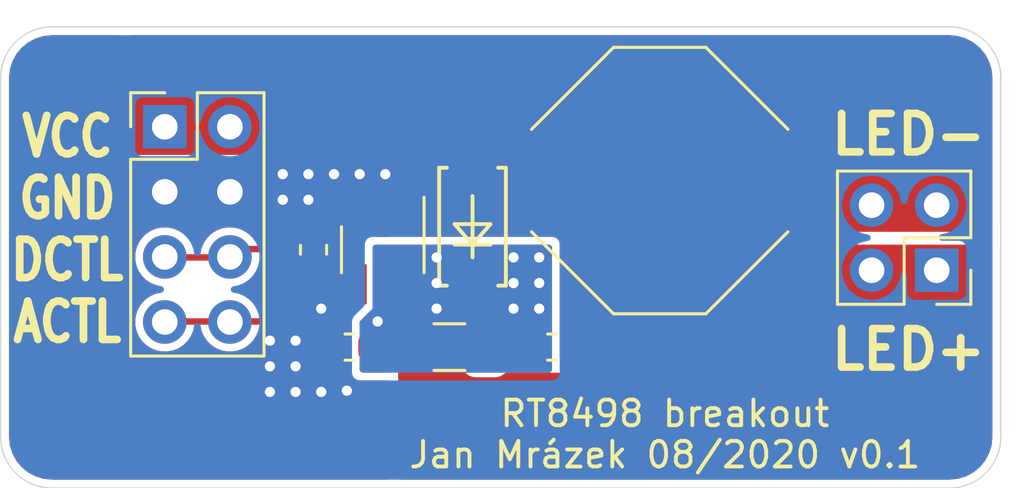
<source format=kicad_pcb>
(kicad_pcb (version 20171130) (host pcbnew 5.1.6-c6e7f7d~87~ubuntu20.04.1)

  (general
    (thickness 1.6)
    (drawings 12)
    (tracks 35)
    (zones 0)
    (modules 9)
    (nets 8)
  )

  (page A4)
  (layers
    (0 F.Cu signal)
    (31 B.Cu signal)
    (32 B.Adhes user)
    (33 F.Adhes user)
    (34 B.Paste user)
    (35 F.Paste user)
    (36 B.SilkS user)
    (37 F.SilkS user)
    (38 B.Mask user)
    (39 F.Mask user)
    (40 Dwgs.User user)
    (41 Cmts.User user)
    (42 Eco1.User user)
    (43 Eco2.User user)
    (44 Edge.Cuts user)
    (45 Margin user)
    (46 B.CrtYd user)
    (47 F.CrtYd user)
    (48 B.Fab user)
    (49 F.Fab user)
  )

  (setup
    (last_trace_width 0.25)
    (trace_clearance 0.2)
    (zone_clearance 0.3)
    (zone_45_only no)
    (trace_min 0.2)
    (via_size 0.8)
    (via_drill 0.4)
    (via_min_size 0.4)
    (via_min_drill 0.3)
    (uvia_size 0.3)
    (uvia_drill 0.1)
    (uvias_allowed no)
    (uvia_min_size 0.2)
    (uvia_min_drill 0.1)
    (edge_width 0.05)
    (segment_width 0.2)
    (pcb_text_width 0.3)
    (pcb_text_size 1.5 1.5)
    (mod_edge_width 0.12)
    (mod_text_size 1 1)
    (mod_text_width 0.15)
    (pad_size 1.524 1.524)
    (pad_drill 0.762)
    (pad_to_mask_clearance 0.05)
    (aux_axis_origin 0 0)
    (visible_elements FFFFFF7F)
    (pcbplotparams
      (layerselection 0x010fc_ffffffff)
      (usegerberextensions false)
      (usegerberattributes true)
      (usegerberadvancedattributes true)
      (creategerberjobfile true)
      (excludeedgelayer true)
      (linewidth 0.100000)
      (plotframeref false)
      (viasonmask false)
      (mode 1)
      (useauxorigin false)
      (hpglpennumber 1)
      (hpglpenspeed 20)
      (hpglpendiameter 15.000000)
      (psnegative false)
      (psa4output false)
      (plotreference true)
      (plotvalue true)
      (plotinvisibletext false)
      (padsonsilk false)
      (subtractmaskfromsilk false)
      (outputformat 1)
      (mirror false)
      (drillshape 1)
      (scaleselection 1)
      (outputdirectory ""))
  )

  (net 0 "")
  (net 1 GND)
  (net 2 ACTL)
  (net 3 "Net-(C2-Pad1)")
  (net 4 LED-)
  (net 5 "Net-(D1-Pad2)")
  (net 6 DCTL)
  (net 7 LED+)

  (net_class Default "This is the default net class."
    (clearance 0.2)
    (trace_width 0.25)
    (via_dia 0.8)
    (via_drill 0.4)
    (uvia_dia 0.3)
    (uvia_drill 0.1)
    (add_net ACTL)
    (add_net DCTL)
    (add_net GND)
    (add_net LED+)
    (add_net LED-)
    (add_net "Net-(C2-Pad1)")
    (add_net "Net-(D1-Pad2)")
  )

  (module Package_TO_SOT_SMD:SOT-23-6_Handsoldering (layer F.Cu) (tedit 5A02FF57) (tstamp 5F3012C6)
    (at 146.9 78.7 270)
    (descr "6-pin SOT-23 package, Handsoldering")
    (tags "SOT-23-6 Handsoldering")
    (path /5F2FABD8)
    (attr smd)
    (fp_text reference U1 (at 0 -2.9 90) (layer F.SilkS) hide
      (effects (font (size 1 1) (thickness 0.15)))
    )
    (fp_text value RT8498 (at 0 2.9 90) (layer F.Fab)
      (effects (font (size 1 1) (thickness 0.15)))
    )
    (fp_line (start -0.9 1.61) (end 0.9 1.61) (layer F.SilkS) (width 0.12))
    (fp_line (start 0.9 -1.61) (end -2.05 -1.61) (layer F.SilkS) (width 0.12))
    (fp_line (start -2.4 1.8) (end -2.4 -1.8) (layer F.CrtYd) (width 0.05))
    (fp_line (start 2.4 1.8) (end -2.4 1.8) (layer F.CrtYd) (width 0.05))
    (fp_line (start 2.4 -1.8) (end 2.4 1.8) (layer F.CrtYd) (width 0.05))
    (fp_line (start -2.4 -1.8) (end 2.4 -1.8) (layer F.CrtYd) (width 0.05))
    (fp_line (start -0.9 -0.9) (end -0.25 -1.55) (layer F.Fab) (width 0.1))
    (fp_line (start 0.9 -1.55) (end -0.25 -1.55) (layer F.Fab) (width 0.1))
    (fp_line (start -0.9 -0.9) (end -0.9 1.55) (layer F.Fab) (width 0.1))
    (fp_line (start 0.9 1.55) (end -0.9 1.55) (layer F.Fab) (width 0.1))
    (fp_line (start 0.9 -1.55) (end 0.9 1.55) (layer F.Fab) (width 0.1))
    (fp_text user %R (at 0 0) (layer F.Fab)
      (effects (font (size 0.5 0.5) (thickness 0.075)))
    )
    (pad 5 smd rect (at 1.35 0 270) (size 1.56 0.65) (layers F.Cu F.Paste F.Mask)
      (net 3 "Net-(C2-Pad1)"))
    (pad 6 smd rect (at 1.35 -0.95 270) (size 1.56 0.65) (layers F.Cu F.Paste F.Mask)
      (net 7 LED+))
    (pad 4 smd rect (at 1.35 0.95 270) (size 1.56 0.65) (layers F.Cu F.Paste F.Mask)
      (net 2 ACTL))
    (pad 3 smd rect (at -1.35 0.95 270) (size 1.56 0.65) (layers F.Cu F.Paste F.Mask)
      (net 6 DCTL))
    (pad 2 smd rect (at -1.35 0 270) (size 1.56 0.65) (layers F.Cu F.Paste F.Mask)
      (net 1 GND))
    (pad 1 smd rect (at -1.35 -0.95 270) (size 1.56 0.65) (layers F.Cu F.Paste F.Mask)
      (net 5 "Net-(D1-Pad2)"))
    (model ${KISYS3DMOD}/Package_TO_SOT_SMD.3dshapes/SOT-23-6.wrl
      (at (xyz 0 0 0))
      (scale (xyz 1 1 1))
      (rotate (xyz 0 0 0))
    )
  )

  (module Resistor_SMD:R_1206_3216Metric (layer F.Cu) (tedit 5B301BBD) (tstamp 5F3012B0)
    (at 149.5 82.5 180)
    (descr "Resistor SMD 1206 (3216 Metric), square (rectangular) end terminal, IPC_7351 nominal, (Body size source: http://www.tortai-tech.com/upload/download/2011102023233369053.pdf), generated with kicad-footprint-generator")
    (tags resistor)
    (path /5F2FD342)
    (attr smd)
    (fp_text reference R1 (at 0 -1.82) (layer F.SilkS) hide
      (effects (font (size 1 1) (thickness 0.15)))
    )
    (fp_text value KDV12FR050ET (at 0 1.82) (layer F.Fab)
      (effects (font (size 1 1) (thickness 0.15)))
    )
    (fp_line (start -1.6 0.8) (end -1.6 -0.8) (layer F.Fab) (width 0.1))
    (fp_line (start -1.6 -0.8) (end 1.6 -0.8) (layer F.Fab) (width 0.1))
    (fp_line (start 1.6 -0.8) (end 1.6 0.8) (layer F.Fab) (width 0.1))
    (fp_line (start 1.6 0.8) (end -1.6 0.8) (layer F.Fab) (width 0.1))
    (fp_line (start -0.602064 -0.91) (end 0.602064 -0.91) (layer F.SilkS) (width 0.12))
    (fp_line (start -0.602064 0.91) (end 0.602064 0.91) (layer F.SilkS) (width 0.12))
    (fp_line (start -2.28 1.12) (end -2.28 -1.12) (layer F.CrtYd) (width 0.05))
    (fp_line (start -2.28 -1.12) (end 2.28 -1.12) (layer F.CrtYd) (width 0.05))
    (fp_line (start 2.28 -1.12) (end 2.28 1.12) (layer F.CrtYd) (width 0.05))
    (fp_line (start 2.28 1.12) (end -2.28 1.12) (layer F.CrtYd) (width 0.05))
    (fp_text user %R (at 0 0) (layer F.Fab)
      (effects (font (size 0.8 0.8) (thickness 0.12)))
    )
    (pad 2 smd roundrect (at 1.4 0 180) (size 1.25 1.75) (layers F.Cu F.Paste F.Mask) (roundrect_rratio 0.2)
      (net 7 LED+))
    (pad 1 smd roundrect (at -1.4 0 180) (size 1.25 1.75) (layers F.Cu F.Paste F.Mask) (roundrect_rratio 0.2)
      (net 3 "Net-(C2-Pad1)"))
    (model ${KISYS3DMOD}/Resistor_SMD.3dshapes/R_1206_3216Metric.wrl
      (at (xyz 0 0 0))
      (scale (xyz 1 1 1))
      (rotate (xyz 0 0 0))
    )
  )

  (module Inductor_SMD:L_Bourns-SRU1028_10.0x10.0mm (layer F.Cu) (tedit 5DA0DC6F) (tstamp 5F30129F)
    (at 157.7 76 180)
    (descr "Bourns SRU1028 series SMD inductor, https://www.bourns.com/docs/Product-Datasheets/SRU1028.pdf")
    (tags "Bourns SRU1028 SMD inductor")
    (path /5F2FB2D2)
    (attr smd)
    (fp_text reference L1 (at 0 -6.2) (layer F.SilkS) hide
      (effects (font (size 1 1) (thickness 0.15)))
    )
    (fp_text value SRU1038-100Y (at 0 6.2) (layer F.Fab)
      (effects (font (size 1 1) (thickness 0.15)))
    )
    (fp_line (start -1.8 -5.2) (end -5 -2) (layer F.SilkS) (width 0.12))
    (fp_circle (center 0 0) (end 3.7 0) (layer F.Fab) (width 0.1))
    (fp_line (start 1.7 -5) (end 5 -1.7) (layer F.Fab) (width 0.1))
    (fp_line (start -1.7 -5) (end 1.7 -5) (layer F.Fab) (width 0.1))
    (fp_line (start -5 -1.7) (end -1.7 -5) (layer F.Fab) (width 0.1))
    (fp_line (start -5 1.7) (end -5 -1.7) (layer F.Fab) (width 0.1))
    (fp_line (start -1.7 5) (end -5 1.7) (layer F.Fab) (width 0.1))
    (fp_line (start 1.7 5) (end -1.7 5) (layer F.Fab) (width 0.1))
    (fp_line (start 5 1.7) (end 1.7 5) (layer F.Fab) (width 0.1))
    (fp_line (start 5 -1.7) (end 5 1.7) (layer F.Fab) (width 0.1))
    (fp_line (start -1.8 -5.2) (end 1.8 -5.2) (layer F.SilkS) (width 0.12))
    (fp_line (start -1.8 5.2) (end -5 2) (layer F.SilkS) (width 0.12))
    (fp_line (start 1.8 5.2) (end -1.8 5.2) (layer F.SilkS) (width 0.12))
    (fp_line (start 1.8 5.2) (end 5 2) (layer F.SilkS) (width 0.12))
    (fp_line (start 1.8 -5.2) (end 5 -2) (layer F.SilkS) (width 0.12))
    (fp_line (start -5.65 -5.25) (end 5.65 -5.25) (layer F.CrtYd) (width 0.05))
    (fp_line (start -5.65 5.25) (end -5.65 -5.25) (layer F.CrtYd) (width 0.05))
    (fp_line (start 5.65 5.25) (end -5.65 5.25) (layer F.CrtYd) (width 0.05))
    (fp_line (start 5.65 -5.25) (end 5.65 5.25) (layer F.CrtYd) (width 0.05))
    (fp_text user %R (at 0 0) (layer F.Fab)
      (effects (font (size 1 1) (thickness 0.15)))
    )
    (pad 2 smd rect (at 4.5 0 180) (size 1.8 3.6) (layers F.Cu F.Paste F.Mask)
      (net 5 "Net-(D1-Pad2)"))
    (pad 1 smd rect (at -4.5 0 180) (size 1.8 3.6) (layers F.Cu F.Paste F.Mask)
      (net 4 LED-))
    (model ${KISYS3DMOD}/Inductor_SMD.3dshapes/L_Bourns-SRU1028_10.0x10.0mm.wrl
      (at (xyz 0 0 0))
      (scale (xyz 1 1 1))
      (rotate (xyz 0 0 0))
    )
  )

  (module Connector_PinHeader_2.54mm:PinHeader_2x02_P2.54mm_Vertical (layer F.Cu) (tedit 59FED5CC) (tstamp 5F301285)
    (at 168.5 79.5 180)
    (descr "Through hole straight pin header, 2x02, 2.54mm pitch, double rows")
    (tags "Through hole pin header THT 2x02 2.54mm double row")
    (path /5F312023)
    (fp_text reference J2 (at 1.27 -2.33) (layer F.SilkS) hide
      (effects (font (size 1 1) (thickness 0.15)))
    )
    (fp_text value LED_OUTPUT (at 1.27 4.87) (layer F.Fab)
      (effects (font (size 1 1) (thickness 0.15)))
    )
    (fp_line (start 0 -1.27) (end 3.81 -1.27) (layer F.Fab) (width 0.1))
    (fp_line (start 3.81 -1.27) (end 3.81 3.81) (layer F.Fab) (width 0.1))
    (fp_line (start 3.81 3.81) (end -1.27 3.81) (layer F.Fab) (width 0.1))
    (fp_line (start -1.27 3.81) (end -1.27 0) (layer F.Fab) (width 0.1))
    (fp_line (start -1.27 0) (end 0 -1.27) (layer F.Fab) (width 0.1))
    (fp_line (start -1.33 3.87) (end 3.87 3.87) (layer F.SilkS) (width 0.12))
    (fp_line (start -1.33 1.27) (end -1.33 3.87) (layer F.SilkS) (width 0.12))
    (fp_line (start 3.87 -1.33) (end 3.87 3.87) (layer F.SilkS) (width 0.12))
    (fp_line (start -1.33 1.27) (end 1.27 1.27) (layer F.SilkS) (width 0.12))
    (fp_line (start 1.27 1.27) (end 1.27 -1.33) (layer F.SilkS) (width 0.12))
    (fp_line (start 1.27 -1.33) (end 3.87 -1.33) (layer F.SilkS) (width 0.12))
    (fp_line (start -1.33 0) (end -1.33 -1.33) (layer F.SilkS) (width 0.12))
    (fp_line (start -1.33 -1.33) (end 0 -1.33) (layer F.SilkS) (width 0.12))
    (fp_line (start -1.8 -1.8) (end -1.8 4.35) (layer F.CrtYd) (width 0.05))
    (fp_line (start -1.8 4.35) (end 4.35 4.35) (layer F.CrtYd) (width 0.05))
    (fp_line (start 4.35 4.35) (end 4.35 -1.8) (layer F.CrtYd) (width 0.05))
    (fp_line (start 4.35 -1.8) (end -1.8 -1.8) (layer F.CrtYd) (width 0.05))
    (fp_text user %R (at 1.27 1.27 90) (layer F.Fab)
      (effects (font (size 1 1) (thickness 0.15)))
    )
    (pad 4 thru_hole oval (at 2.54 2.54 180) (size 1.7 1.7) (drill 1) (layers *.Cu *.Mask)
      (net 4 LED-))
    (pad 3 thru_hole oval (at 0 2.54 180) (size 1.7 1.7) (drill 1) (layers *.Cu *.Mask)
      (net 4 LED-))
    (pad 2 thru_hole oval (at 2.54 0 180) (size 1.7 1.7) (drill 1) (layers *.Cu *.Mask)
      (net 7 LED+))
    (pad 1 thru_hole rect (at 0 0 180) (size 1.7 1.7) (drill 1) (layers *.Cu *.Mask)
      (net 7 LED+))
    (model ${KISYS3DMOD}/Connector_PinHeader_2.54mm.3dshapes/PinHeader_2x02_P2.54mm_Vertical.wrl
      (at (xyz 0 0 0))
      (scale (xyz 1 1 1))
      (rotate (xyz 0 0 0))
    )
  )

  (module Connector_PinHeader_2.54mm:PinHeader_2x04_P2.54mm_Vertical (layer F.Cu) (tedit 59FED5CC) (tstamp 5F30126B)
    (at 138.4 73.9)
    (descr "Through hole straight pin header, 2x04, 2.54mm pitch, double rows")
    (tags "Through hole pin header THT 2x04 2.54mm double row")
    (path /5F313B48)
    (fp_text reference J1 (at 1.27 -2.33) (layer F.SilkS) hide
      (effects (font (size 1 1) (thickness 0.15)))
    )
    (fp_text value INPUT (at 1.27 9.95) (layer F.Fab)
      (effects (font (size 1 1) (thickness 0.15)))
    )
    (fp_line (start 0 -1.27) (end 3.81 -1.27) (layer F.Fab) (width 0.1))
    (fp_line (start 3.81 -1.27) (end 3.81 8.89) (layer F.Fab) (width 0.1))
    (fp_line (start 3.81 8.89) (end -1.27 8.89) (layer F.Fab) (width 0.1))
    (fp_line (start -1.27 8.89) (end -1.27 0) (layer F.Fab) (width 0.1))
    (fp_line (start -1.27 0) (end 0 -1.27) (layer F.Fab) (width 0.1))
    (fp_line (start -1.33 8.95) (end 3.87 8.95) (layer F.SilkS) (width 0.12))
    (fp_line (start -1.33 1.27) (end -1.33 8.95) (layer F.SilkS) (width 0.12))
    (fp_line (start 3.87 -1.33) (end 3.87 8.95) (layer F.SilkS) (width 0.12))
    (fp_line (start -1.33 1.27) (end 1.27 1.27) (layer F.SilkS) (width 0.12))
    (fp_line (start 1.27 1.27) (end 1.27 -1.33) (layer F.SilkS) (width 0.12))
    (fp_line (start 1.27 -1.33) (end 3.87 -1.33) (layer F.SilkS) (width 0.12))
    (fp_line (start -1.33 0) (end -1.33 -1.33) (layer F.SilkS) (width 0.12))
    (fp_line (start -1.33 -1.33) (end 0 -1.33) (layer F.SilkS) (width 0.12))
    (fp_line (start -1.8 -1.8) (end -1.8 9.4) (layer F.CrtYd) (width 0.05))
    (fp_line (start -1.8 9.4) (end 4.35 9.4) (layer F.CrtYd) (width 0.05))
    (fp_line (start 4.35 9.4) (end 4.35 -1.8) (layer F.CrtYd) (width 0.05))
    (fp_line (start 4.35 -1.8) (end -1.8 -1.8) (layer F.CrtYd) (width 0.05))
    (fp_text user %R (at 1.27 3.81 90) (layer F.Fab)
      (effects (font (size 1 1) (thickness 0.15)))
    )
    (pad 8 thru_hole oval (at 2.54 7.62) (size 1.7 1.7) (drill 1) (layers *.Cu *.Mask)
      (net 2 ACTL))
    (pad 7 thru_hole oval (at 0 7.62) (size 1.7 1.7) (drill 1) (layers *.Cu *.Mask)
      (net 2 ACTL))
    (pad 6 thru_hole oval (at 2.54 5.08) (size 1.7 1.7) (drill 1) (layers *.Cu *.Mask)
      (net 6 DCTL))
    (pad 5 thru_hole oval (at 0 5.08) (size 1.7 1.7) (drill 1) (layers *.Cu *.Mask)
      (net 6 DCTL))
    (pad 4 thru_hole oval (at 2.54 2.54) (size 1.7 1.7) (drill 1) (layers *.Cu *.Mask)
      (net 1 GND))
    (pad 3 thru_hole oval (at 0 2.54) (size 1.7 1.7) (drill 1) (layers *.Cu *.Mask)
      (net 1 GND))
    (pad 2 thru_hole oval (at 2.54 0) (size 1.7 1.7) (drill 1) (layers *.Cu *.Mask)
      (net 4 LED-))
    (pad 1 thru_hole rect (at 0 0) (size 1.7 1.7) (drill 1) (layers *.Cu *.Mask)
      (net 4 LED-))
    (model ${KISYS3DMOD}/Connector_PinHeader_2.54mm.3dshapes/PinHeader_2x04_P2.54mm_Vertical.wrl
      (at (xyz 0 0 0))
      (scale (xyz 1 1 1))
      (rotate (xyz 0 0 0))
    )
  )

  (module headlamp:DO-214AC (layer F.Cu) (tedit 5F2FB3A4) (tstamp 5F30124D)
    (at 150.4 77.8 90)
    (path /5F2FBAC0)
    (fp_text reference D1 (at 0.1 2.7 90) (layer F.SilkS) hide
      (effects (font (size 1 1) (thickness 0.15)))
    )
    (fp_text value FML340A-W (at 0 -2.3 90) (layer F.Fab)
      (effects (font (size 1 1) (thickness 0.15)))
    )
    (fp_line (start 2.25 -1.25) (end -2.25 -1.25) (layer F.Fab) (width 0.12))
    (fp_line (start 2.25 1.25) (end -2.25 1.25) (layer F.Fab) (width 0.12))
    (fp_line (start -2.25 -1.25) (end -2.25 1.25) (layer F.Fab) (width 0.12))
    (fp_line (start 2.25 -1.25) (end 2.25 1.25) (layer F.Fab) (width 0.12))
    (fp_poly (pts (xy -1.4 1.3) (xy -1.9 1.3) (xy -1.9 -1.3) (xy -1.4 -1.3)) (layer F.Fab) (width 0.1))
    (fp_line (start 1.2 0) (end -1.2 0) (layer F.SilkS) (width 0.15))
    (fp_line (start -0.7 -0.7) (end -0.7 0.7) (layer F.SilkS) (width 0.15))
    (fp_line (start -0.7 0) (end 0.1 -0.7) (layer F.SilkS) (width 0.15))
    (fp_line (start 0.1 -0.7) (end 0.1 0.7) (layer F.SilkS) (width 0.15))
    (fp_line (start 0.1 0.7) (end -0.7 0) (layer F.SilkS) (width 0.15))
    (fp_line (start -2.3 -1) (end -2.3 -1.3) (layer F.SilkS) (width 0.15))
    (fp_line (start -2.3 -1.3) (end 2.3 -1.3) (layer F.SilkS) (width 0.15))
    (fp_line (start 2.3 -1.3) (end 2.3 -1) (layer F.SilkS) (width 0.15))
    (fp_line (start 2.3 1) (end 2.3 1.3) (layer F.SilkS) (width 0.15))
    (fp_line (start 2.3 1.3) (end -2.3 1.3) (layer F.SilkS) (width 0.15))
    (fp_line (start -2.3 1.3) (end -2.3 1) (layer F.SilkS) (width 0.15))
    (pad 2 smd rect (at 2.3 0 90) (size 2 1.8) (layers F.Cu F.Paste F.Mask)
      (net 5 "Net-(D1-Pad2)"))
    (pad 1 smd rect (at -2.3 0 90) (size 2 1.8) (layers F.Cu F.Paste F.Mask)
      (net 3 "Net-(C2-Pad1)"))
  )

  (module Capacitor_SMD:C_0603_1608Metric_Pad1.05x0.95mm_HandSolder (layer F.Cu) (tedit 5B301BBE) (tstamp 5F301237)
    (at 153.5 82.5 180)
    (descr "Capacitor SMD 0603 (1608 Metric), square (rectangular) end terminal, IPC_7351 nominal with elongated pad for handsoldering. (Body size source: http://www.tortai-tech.com/upload/download/2011102023233369053.pdf), generated with kicad-footprint-generator")
    (tags "capacitor handsolder")
    (path /5F2FCDFF)
    (attr smd)
    (fp_text reference C3 (at 0 -1.43) (layer F.SilkS) hide
      (effects (font (size 1 1) (thickness 0.15)))
    )
    (fp_text value 470n (at 0 1.43) (layer F.Fab)
      (effects (font (size 1 1) (thickness 0.15)))
    )
    (fp_line (start -0.8 0.4) (end -0.8 -0.4) (layer F.Fab) (width 0.1))
    (fp_line (start -0.8 -0.4) (end 0.8 -0.4) (layer F.Fab) (width 0.1))
    (fp_line (start 0.8 -0.4) (end 0.8 0.4) (layer F.Fab) (width 0.1))
    (fp_line (start 0.8 0.4) (end -0.8 0.4) (layer F.Fab) (width 0.1))
    (fp_line (start -0.171267 -0.51) (end 0.171267 -0.51) (layer F.SilkS) (width 0.12))
    (fp_line (start -0.171267 0.51) (end 0.171267 0.51) (layer F.SilkS) (width 0.12))
    (fp_line (start -1.65 0.73) (end -1.65 -0.73) (layer F.CrtYd) (width 0.05))
    (fp_line (start -1.65 -0.73) (end 1.65 -0.73) (layer F.CrtYd) (width 0.05))
    (fp_line (start 1.65 -0.73) (end 1.65 0.73) (layer F.CrtYd) (width 0.05))
    (fp_line (start 1.65 0.73) (end -1.65 0.73) (layer F.CrtYd) (width 0.05))
    (fp_text user %R (at 0 0) (layer F.Fab)
      (effects (font (size 0.4 0.4) (thickness 0.06)))
    )
    (pad 2 smd roundrect (at 0.875 0 180) (size 1.05 0.95) (layers F.Cu F.Paste F.Mask) (roundrect_rratio 0.25)
      (net 3 "Net-(C2-Pad1)"))
    (pad 1 smd roundrect (at -0.875 0 180) (size 1.05 0.95) (layers F.Cu F.Paste F.Mask) (roundrect_rratio 0.25)
      (net 4 LED-))
    (model ${KISYS3DMOD}/Capacitor_SMD.3dshapes/C_0603_1608Metric.wrl
      (at (xyz 0 0 0))
      (scale (xyz 1 1 1))
      (rotate (xyz 0 0 0))
    )
  )

  (module Capacitor_SMD:C_0603_1608Metric_Pad1.05x0.95mm_HandSolder (layer F.Cu) (tedit 5B301BBE) (tstamp 5F301226)
    (at 145.6 82.5 180)
    (descr "Capacitor SMD 0603 (1608 Metric), square (rectangular) end terminal, IPC_7351 nominal with elongated pad for handsoldering. (Body size source: http://www.tortai-tech.com/upload/download/2011102023233369053.pdf), generated with kicad-footprint-generator")
    (tags "capacitor handsolder")
    (path /5F2FC1DF)
    (attr smd)
    (fp_text reference C2 (at 0 -1.43) (layer F.SilkS) hide
      (effects (font (size 1 1) (thickness 0.15)))
    )
    (fp_text value 100n (at 0 1.43) (layer F.Fab)
      (effects (font (size 1 1) (thickness 0.15)))
    )
    (fp_line (start -0.8 0.4) (end -0.8 -0.4) (layer F.Fab) (width 0.1))
    (fp_line (start -0.8 -0.4) (end 0.8 -0.4) (layer F.Fab) (width 0.1))
    (fp_line (start 0.8 -0.4) (end 0.8 0.4) (layer F.Fab) (width 0.1))
    (fp_line (start 0.8 0.4) (end -0.8 0.4) (layer F.Fab) (width 0.1))
    (fp_line (start -0.171267 -0.51) (end 0.171267 -0.51) (layer F.SilkS) (width 0.12))
    (fp_line (start -0.171267 0.51) (end 0.171267 0.51) (layer F.SilkS) (width 0.12))
    (fp_line (start -1.65 0.73) (end -1.65 -0.73) (layer F.CrtYd) (width 0.05))
    (fp_line (start -1.65 -0.73) (end 1.65 -0.73) (layer F.CrtYd) (width 0.05))
    (fp_line (start 1.65 -0.73) (end 1.65 0.73) (layer F.CrtYd) (width 0.05))
    (fp_line (start 1.65 0.73) (end -1.65 0.73) (layer F.CrtYd) (width 0.05))
    (fp_text user %R (at 0 0) (layer F.Fab)
      (effects (font (size 0.4 0.4) (thickness 0.06)))
    )
    (pad 2 smd roundrect (at 0.875 0 180) (size 1.05 0.95) (layers F.Cu F.Paste F.Mask) (roundrect_rratio 0.25)
      (net 1 GND))
    (pad 1 smd roundrect (at -0.875 0 180) (size 1.05 0.95) (layers F.Cu F.Paste F.Mask) (roundrect_rratio 0.25)
      (net 3 "Net-(C2-Pad1)"))
    (model ${KISYS3DMOD}/Capacitor_SMD.3dshapes/C_0603_1608Metric.wrl
      (at (xyz 0 0 0))
      (scale (xyz 1 1 1))
      (rotate (xyz 0 0 0))
    )
  )

  (module Capacitor_SMD:C_0603_1608Metric_Pad1.05x0.95mm_HandSolder (layer F.Cu) (tedit 5B301BBE) (tstamp 5F301215)
    (at 144.2 78.7 90)
    (descr "Capacitor SMD 0603 (1608 Metric), square (rectangular) end terminal, IPC_7351 nominal with elongated pad for handsoldering. (Body size source: http://www.tortai-tech.com/upload/download/2011102023233369053.pdf), generated with kicad-footprint-generator")
    (tags "capacitor handsolder")
    (path /5F301AF2)
    (attr smd)
    (fp_text reference C1 (at 0 -1.43 90) (layer F.SilkS) hide
      (effects (font (size 1 1) (thickness 0.15)))
    )
    (fp_text value 10n (at 0 1.43 90) (layer F.Fab)
      (effects (font (size 1 1) (thickness 0.15)))
    )
    (fp_line (start -0.8 0.4) (end -0.8 -0.4) (layer F.Fab) (width 0.1))
    (fp_line (start -0.8 -0.4) (end 0.8 -0.4) (layer F.Fab) (width 0.1))
    (fp_line (start 0.8 -0.4) (end 0.8 0.4) (layer F.Fab) (width 0.1))
    (fp_line (start 0.8 0.4) (end -0.8 0.4) (layer F.Fab) (width 0.1))
    (fp_line (start -0.171267 -0.51) (end 0.171267 -0.51) (layer F.SilkS) (width 0.12))
    (fp_line (start -0.171267 0.51) (end 0.171267 0.51) (layer F.SilkS) (width 0.12))
    (fp_line (start -1.65 0.73) (end -1.65 -0.73) (layer F.CrtYd) (width 0.05))
    (fp_line (start -1.65 -0.73) (end 1.65 -0.73) (layer F.CrtYd) (width 0.05))
    (fp_line (start 1.65 -0.73) (end 1.65 0.73) (layer F.CrtYd) (width 0.05))
    (fp_line (start 1.65 0.73) (end -1.65 0.73) (layer F.CrtYd) (width 0.05))
    (fp_text user %R (at 0 0 90) (layer F.Fab)
      (effects (font (size 0.4 0.4) (thickness 0.06)))
    )
    (pad 2 smd roundrect (at 0.875 0 90) (size 1.05 0.95) (layers F.Cu F.Paste F.Mask) (roundrect_rratio 0.25)
      (net 1 GND))
    (pad 1 smd roundrect (at -0.875 0 90) (size 1.05 0.95) (layers F.Cu F.Paste F.Mask) (roundrect_rratio 0.25)
      (net 2 ACTL))
    (model ${KISYS3DMOD}/Capacitor_SMD.3dshapes/C_0603_1608Metric.wrl
      (at (xyz 0 0 0))
      (scale (xyz 1 1 1))
      (rotate (xyz 0 0 0))
    )
  )

  (gr_text "RT8498 breakout\nJan Mrázek 08/2020 v0.1" (at 157.9 85.9) (layer F.SilkS)
    (effects (font (size 1 1) (thickness 0.15)))
  )
  (gr_text LED+ (at 167.4 82.6) (layer F.SilkS) (tstamp 5F301F40)
    (effects (font (size 1.5 1.5) (thickness 0.3)))
  )
  (gr_text LED- (at 167.4 74.2) (layer F.SilkS)
    (effects (font (size 1.5 1.5) (thickness 0.3)))
  )
  (gr_text "VCC\nGND\nDCTL\nACTL" (at 134.6 77.9) (layer F.SilkS)
    (effects (font (size 1.5 1.2) (thickness 0.3)))
  )
  (gr_arc (start 134 72) (end 134 70) (angle -90) (layer Edge.Cuts) (width 0.05))
  (gr_arc (start 134 86) (end 132 86) (angle -90) (layer Edge.Cuts) (width 0.05))
  (gr_arc (start 169 86) (end 169 88) (angle -90) (layer Edge.Cuts) (width 0.05))
  (gr_arc (start 169 72) (end 171 72) (angle -90) (layer Edge.Cuts) (width 0.05))
  (gr_line (start 132 86) (end 132 72) (layer Edge.Cuts) (width 0.05) (tstamp 5F301D00))
  (gr_line (start 169 88) (end 134 88) (layer Edge.Cuts) (width 0.05))
  (gr_line (start 171 72) (end 171 86) (layer Edge.Cuts) (width 0.05))
  (gr_line (start 134 70) (end 169 70) (layer Edge.Cuts) (width 0.05))

  (via (at 143 75.75) (size 0.8) (drill 0.4) (layers F.Cu B.Cu) (net 1))
  (via (at 144 75.75) (size 0.8) (drill 0.4) (layers F.Cu B.Cu) (net 1))
  (via (at 145 75.75) (size 0.8) (drill 0.4) (layers F.Cu B.Cu) (net 1))
  (via (at 146 75.75) (size 0.8) (drill 0.4) (layers F.Cu B.Cu) (net 1) (tstamp 5F301D5A))
  (via (at 147 75.75) (size 0.8) (drill 0.4) (layers F.Cu B.Cu) (net 1) (tstamp 5F301D5B))
  (via (at 143 76.75) (size 0.8) (drill 0.4) (layers F.Cu B.Cu) (net 1))
  (via (at 144 76.75) (size 0.8) (drill 0.4) (layers F.Cu B.Cu) (net 1))
  (via (at 144.5 81) (size 0.8) (drill 0.4) (layers F.Cu B.Cu) (net 1))
  (via (at 145.5 84.2) (size 0.8) (drill 0.4) (layers F.Cu B.Cu) (net 1))
  (via (at 143.5 83.25) (size 0.8) (drill 0.4) (layers F.Cu B.Cu) (net 1))
  (via (at 143.5 82.25) (size 0.8) (drill 0.4) (layers F.Cu B.Cu) (net 1))
  (via (at 142.5 82.25) (size 0.8) (drill 0.4) (layers F.Cu B.Cu) (net 1))
  (via (at 142.5 83.25) (size 0.8) (drill 0.4) (layers F.Cu B.Cu) (net 1))
  (via (at 142.5 84.25) (size 0.8) (drill 0.4) (layers F.Cu B.Cu) (net 1))
  (via (at 143.5 84.25) (size 0.8) (drill 0.4) (layers F.Cu B.Cu) (net 1))
  (via (at 144.5 84.25) (size 0.8) (drill 0.4) (layers F.Cu B.Cu) (net 1))
  (segment (start 145.95 80.05) (end 144.8 80.05) (width 0.25) (layer F.Cu) (net 2))
  (segment (start 144.8 80.05) (end 144.25 79.5) (width 0.25) (layer F.Cu) (net 2))
  (segment (start 144.25 79.5) (end 142.25 81.5) (width 0.25) (layer F.Cu) (net 2))
  (segment (start 142.25 81.5) (end 138.25 81.5) (width 0.25) (layer F.Cu) (net 2))
  (via (at 149 79) (size 0.8) (drill 0.4) (layers F.Cu B.Cu) (net 3))
  (via (at 149 80) (size 0.8) (drill 0.4) (layers F.Cu B.Cu) (net 3))
  (via (at 149 81) (size 0.8) (drill 0.4) (layers F.Cu B.Cu) (net 3))
  (via (at 153 79) (size 0.8) (drill 0.4) (layers F.Cu B.Cu) (net 3))
  (via (at 153 80) (size 0.8) (drill 0.4) (layers F.Cu B.Cu) (net 3))
  (via (at 153 81) (size 0.8) (drill 0.4) (layers F.Cu B.Cu) (net 3))
  (via (at 152 79) (size 0.8) (drill 0.4) (layers F.Cu B.Cu) (net 3))
  (via (at 152 80) (size 0.8) (drill 0.4) (layers F.Cu B.Cu) (net 3))
  (via (at 152 81) (size 0.8) (drill 0.4) (layers F.Cu B.Cu) (net 3))
  (via (at 146.7 81.5) (size 0.8) (drill 0.4) (layers F.Cu B.Cu) (net 3))
  (segment (start 145.65499 78.67501) (end 141.32499 78.67501) (width 0.25) (layer F.Cu) (net 6))
  (segment (start 145.95 78.38) (end 145.65499 78.67501) (width 0.25) (layer F.Cu) (net 6))
  (segment (start 145.95 77.35) (end 145.95 78.38) (width 0.25) (layer F.Cu) (net 6))
  (segment (start 141.32499 78.67501) (end 141 79) (width 0.25) (layer F.Cu) (net 6))
  (segment (start 141 79) (end 138.25 79) (width 0.25) (layer F.Cu) (net 6))

  (zone (net 4) (net_name LED-) (layer F.Cu) (tstamp 0) (hatch edge 0.508)
    (priority 2)
    (connect_pads yes (clearance 0.3))
    (min_thickness 0.254)
    (fill yes (arc_segments 32) (thermal_gap 0.508) (thermal_bridge_width 0.508))
    (polygon
      (pts
        (xy 171 78) (xy 160.5 78) (xy 156 82.5) (xy 155.5 83) (xy 152 83)
        (xy 152 75) (xy 137 75) (xy 137 70) (xy 171 70)
      )
    )
    (filled_polygon
      (pts
        (xy 169.300258 70.483609) (xy 169.589069 70.570806) (xy 169.855451 70.712444) (xy 170.089247 70.903124) (xy 170.281554 71.135583)
        (xy 170.425045 71.400964) (xy 170.514259 71.689167) (xy 170.548 72.010193) (xy 170.548 77.873) (xy 160.5 77.873)
        (xy 160.475224 77.87544) (xy 160.451399 77.882667) (xy 160.429443 77.894403) (xy 160.410197 77.910197) (xy 155.447394 82.873)
        (xy 153.927 82.873) (xy 153.927 78.5) (xy 153.91981 78.427) (xy 154 78.427) (xy 154.083304 78.418795)
        (xy 154.163406 78.394497) (xy 154.237228 78.355038) (xy 154.301935 78.301935) (xy 154.355038 78.237228) (xy 154.394497 78.163406)
        (xy 154.418157 78.085408) (xy 154.456755 78.038376) (xy 154.496405 77.964196) (xy 154.520822 77.883707) (xy 154.529066 77.8)
        (xy 154.529066 74.2) (xy 154.520822 74.116293) (xy 154.496405 74.035804) (xy 154.456755 73.961624) (xy 154.418157 73.914592)
        (xy 154.394497 73.836594) (xy 154.355038 73.762772) (xy 154.301935 73.698065) (xy 154.237228 73.644962) (xy 154.163406 73.605503)
        (xy 154.083304 73.581205) (xy 154 73.573) (xy 152.5 73.573) (xy 152.416696 73.581205) (xy 152.336594 73.605503)
        (xy 152.262772 73.644962) (xy 152.198065 73.698065) (xy 152.012889 73.883241) (xy 151.996605 73.896605) (xy 151.983241 73.912889)
        (xy 151.82313 74.073) (xy 151.320978 74.073) (xy 151.3 74.070934) (xy 149.5 74.070934) (xy 149.416293 74.079178)
        (xy 149.335804 74.103595) (xy 149.261624 74.143245) (xy 149.196605 74.196605) (xy 149.183241 74.212889) (xy 148.52313 74.873)
        (xy 137.127 74.873) (xy 137.127 70.452) (xy 168.977891 70.452)
      )
    )
  )
  (zone (net 5) (net_name "Net-(D1-Pad2)") (layer F.Cu) (tstamp 0) (hatch edge 0.508)
    (priority 3)
    (connect_pads yes (clearance 0.3))
    (min_thickness 0.254)
    (fill yes (arc_segments 32) (thermal_gap 0.508) (thermal_bridge_width 0.508))
    (polygon
      (pts
        (xy 154 78) (xy 152 78) (xy 151.5 78) (xy 147.5 78) (xy 147.5 76.5)
        (xy 149.5 74.5) (xy 152 74.5) (xy 152.5 74) (xy 154 74)
      )
    )
    (filled_polygon
      (pts
        (xy 153.873 77.873) (xy 147.654066 77.873) (xy 147.654066 76.57) (xy 147.65008 76.529526) (xy 149.552606 74.627)
        (xy 152 74.627) (xy 152.024776 74.62456) (xy 152.048601 74.617333) (xy 152.070557 74.605597) (xy 152.089803 74.589803)
        (xy 152.552606 74.127) (xy 153.873 74.127)
      )
    )
  )
  (zone (net 3) (net_name "Net-(C2-Pad1)") (layer F.Cu) (tstamp 0) (hatch edge 0.508)
    (priority 4)
    (connect_pads yes (clearance 0.3))
    (min_thickness 0.254)
    (fill yes (arc_segments 32) (thermal_gap 0.508) (thermal_bridge_width 0.508))
    (polygon
      (pts
        (xy 153.5 83.5) (xy 146 83.5) (xy 146 81.5) (xy 146.5 81) (xy 146.5 78.5)
        (xy 153.5 78.5)
      )
    )
    (filled_polygon
      (pts
        (xy 153.373 83.073) (xy 151.17687 83.073) (xy 149.301935 81.198065) (xy 149.237228 81.144962) (xy 149.163406 81.105503)
        (xy 149.083304 81.081205) (xy 149 81.073) (xy 148.677 81.073) (xy 148.677 79.25) (xy 148.668795 79.166696)
        (xy 148.644497 79.086594) (xy 148.605038 79.012772) (xy 148.551935 78.948065) (xy 148.487228 78.894962) (xy 148.413406 78.855503)
        (xy 148.333304 78.831205) (xy 148.25 78.823) (xy 147.5 78.823) (xy 147.416696 78.831205) (xy 147.336594 78.855503)
        (xy 147.262772 78.894962) (xy 147.198065 78.948065) (xy 147.144962 79.012772) (xy 147.105503 79.086594) (xy 147.081205 79.166696)
        (xy 147.073 79.25) (xy 147.073 81.69631) (xy 147.058982 81.742521) (xy 147.045934 81.875) (xy 147.045934 83.125)
        (xy 147.058982 83.257479) (xy 147.073 83.30369) (xy 147.073 83.373) (xy 146.127 83.373) (xy 146.127 81.552606)
        (xy 146.469283 81.210323) (xy 146.513376 81.186755) (xy 146.578395 81.133395) (xy 146.631755 81.068376) (xy 146.671405 80.994196)
        (xy 146.695822 80.913707) (xy 146.704066 80.83) (xy 146.704066 79.27) (xy 146.695822 79.186293) (xy 146.671405 79.105804)
        (xy 146.631755 79.031624) (xy 146.627 79.02583) (xy 146.627 78.627) (xy 153.373 78.627)
      )
    )
  )
  (zone (net 3) (net_name "Net-(C2-Pad1)") (layer B.Cu) (tstamp 5F301B37) (hatch edge 0.508)
    (priority 4)
    (connect_pads yes (clearance 0.3))
    (min_thickness 0.254)
    (fill yes (arc_segments 32) (thermal_gap 0.508) (thermal_bridge_width 0.508))
    (polygon
      (pts
        (xy 153.5 83.5) (xy 146 83.5) (xy 146 81.5) (xy 146.5 81) (xy 146.5 78.5)
        (xy 153.5 78.5)
      )
    )
    (filled_polygon
      (pts
        (xy 153.373 83.373) (xy 146.127 83.373) (xy 146.127 81.552606) (xy 146.589803 81.089803) (xy 146.605597 81.070557)
        (xy 146.617333 81.048601) (xy 146.62456 81.024776) (xy 146.627 81) (xy 146.627 78.627) (xy 153.373 78.627)
      )
    )
  )
  (zone (net 7) (net_name LED+) (layer F.Cu) (tstamp 0) (hatch edge 0.508)
    (priority 5)
    (connect_pads yes (clearance 0.3))
    (min_thickness 0.254)
    (fill yes (arc_segments 32) (thermal_gap 0.508) (thermal_bridge_width 0.508))
    (polygon
      (pts
        (xy 171 88) (xy 147.5 88) (xy 147.5 79.25) (xy 148.25 79.25) (xy 148.25 81.5)
        (xy 149 81.5) (xy 151 83.5) (xy 155.5 83.5) (xy 160.5 78.5) (xy 171 78.5)
      )
    )
    (filled_polygon
      (pts
        (xy 170.548001 85.97788) (xy 170.516392 86.300254) (xy 170.429194 86.589071) (xy 170.287556 86.855451) (xy 170.096876 87.089248)
        (xy 169.864417 87.281554) (xy 169.599036 87.425045) (xy 169.310833 87.514259) (xy 168.989807 87.548) (xy 147.627 87.548)
        (xy 147.627 80.975752) (xy 147.645822 80.913707) (xy 147.654066 80.83) (xy 147.654066 79.377) (xy 148.123 79.377)
        (xy 148.123 81.5) (xy 148.12544 81.524776) (xy 148.132667 81.548601) (xy 148.144403 81.570557) (xy 148.160197 81.589803)
        (xy 148.179443 81.605597) (xy 148.201399 81.617333) (xy 148.225224 81.62456) (xy 148.25 81.627) (xy 148.457447 81.627)
        (xy 148.472819 81.642372) (xy 148.608269 81.732877) (xy 148.758773 81.795218) (xy 148.918548 81.827) (xy 149.081452 81.827)
        (xy 149.136453 81.816059) (xy 149.845934 82.52554) (xy 149.845934 83.125) (xy 149.858982 83.257479) (xy 149.897625 83.384867)
        (xy 149.960377 83.502269) (xy 150.044828 83.605172) (xy 150.147731 83.689623) (xy 150.265133 83.752375) (xy 150.392521 83.791018)
        (xy 150.525 83.804066) (xy 151.275 83.804066) (xy 151.407479 83.791018) (xy 151.534867 83.752375) (xy 151.652269 83.689623)
        (xy 151.728575 83.627) (xy 155.5 83.627) (xy 155.524776 83.62456) (xy 155.548601 83.617333) (xy 155.570557 83.605597)
        (xy 155.589803 83.589803) (xy 160.552606 78.627) (xy 170.548 78.627)
      )
    )
  )
  (zone (net 1) (net_name GND) (layer F.Cu) (tstamp 0) (hatch edge 0.508)
    (connect_pads yes (clearance 0.3))
    (min_thickness 0.254)
    (fill yes (arc_segments 32) (thermal_gap 0.508) (thermal_bridge_width 0.508))
    (polygon
      (pts
        (xy 171 88) (xy 132 88) (xy 132 70) (xy 171 70)
      )
    )
    (filled_polygon
      (pts
        (xy 136.573 75) (xy 136.581205 75.083304) (xy 136.605503 75.163406) (xy 136.644962 75.237228) (xy 136.698065 75.301935)
        (xy 136.762772 75.355038) (xy 136.836594 75.394497) (xy 136.916696 75.418795) (xy 137 75.427) (xy 147.96913 75.427)
        (xy 147.198065 76.198065) (xy 147.144962 76.262772) (xy 147.105503 76.336594) (xy 147.081205 76.416696) (xy 147.073 76.5)
        (xy 147.073 78) (xy 147.08019 78.073) (xy 146.704066 78.073) (xy 146.704066 76.57) (xy 146.695822 76.486293)
        (xy 146.671405 76.405804) (xy 146.631755 76.331624) (xy 146.578395 76.266605) (xy 146.513376 76.213245) (xy 146.439196 76.173595)
        (xy 146.358707 76.149178) (xy 146.275 76.140934) (xy 145.625 76.140934) (xy 145.541293 76.149178) (xy 145.460804 76.173595)
        (xy 145.386624 76.213245) (xy 145.321605 76.266605) (xy 145.268245 76.331624) (xy 145.228595 76.405804) (xy 145.204178 76.486293)
        (xy 145.195934 76.57) (xy 145.195934 78.12301) (xy 141.888961 78.12301) (xy 141.75404 77.988089) (xy 141.544886 77.848337)
        (xy 141.312487 77.752074) (xy 141.065774 77.703) (xy 140.814226 77.703) (xy 140.567513 77.752074) (xy 140.335114 77.848337)
        (xy 140.12596 77.988089) (xy 139.948089 78.16596) (xy 139.808337 78.375114) (xy 139.778147 78.448) (xy 139.561853 78.448)
        (xy 139.531663 78.375114) (xy 139.391911 78.16596) (xy 139.21404 77.988089) (xy 139.004886 77.848337) (xy 138.772487 77.752074)
        (xy 138.525774 77.703) (xy 138.274226 77.703) (xy 138.027513 77.752074) (xy 137.795114 77.848337) (xy 137.58596 77.988089)
        (xy 137.408089 78.16596) (xy 137.268337 78.375114) (xy 137.172074 78.607513) (xy 137.123 78.854226) (xy 137.123 79.105774)
        (xy 137.172074 79.352487) (xy 137.268337 79.584886) (xy 137.408089 79.79404) (xy 137.58596 79.971911) (xy 137.795114 80.111663)
        (xy 138.027513 80.207926) (xy 138.239034 80.25) (xy 138.027513 80.292074) (xy 137.795114 80.388337) (xy 137.58596 80.528089)
        (xy 137.408089 80.70596) (xy 137.268337 80.915114) (xy 137.172074 81.147513) (xy 137.123 81.394226) (xy 137.123 81.645774)
        (xy 137.172074 81.892487) (xy 137.268337 82.124886) (xy 137.408089 82.33404) (xy 137.58596 82.511911) (xy 137.795114 82.651663)
        (xy 138.027513 82.747926) (xy 138.274226 82.797) (xy 138.525774 82.797) (xy 138.772487 82.747926) (xy 139.004886 82.651663)
        (xy 139.21404 82.511911) (xy 139.391911 82.33404) (xy 139.531663 82.124886) (xy 139.561853 82.052) (xy 139.778147 82.052)
        (xy 139.808337 82.124886) (xy 139.948089 82.33404) (xy 140.12596 82.511911) (xy 140.335114 82.651663) (xy 140.567513 82.747926)
        (xy 140.814226 82.797) (xy 141.065774 82.797) (xy 141.312487 82.747926) (xy 141.544886 82.651663) (xy 141.75404 82.511911)
        (xy 141.931911 82.33404) (xy 142.071663 82.124886) (xy 142.101853 82.052) (xy 142.222894 82.052) (xy 142.25 82.05467)
        (xy 142.277106 82.052) (xy 142.277109 82.052) (xy 142.358211 82.044012) (xy 142.462263 82.012448) (xy 142.558158 81.961191)
        (xy 142.642211 81.892211) (xy 142.6595 81.871144) (xy 144.001579 80.529066) (xy 144.4375 80.529066) (xy 144.511625 80.521765)
        (xy 144.587737 80.562448) (xy 144.691789 80.594012) (xy 144.772891 80.602) (xy 144.772901 80.602) (xy 144.799999 80.604669)
        (xy 144.827097 80.602) (xy 145.195934 80.602) (xy 145.195934 80.83) (xy 145.204178 80.913707) (xy 145.228595 80.994196)
        (xy 145.268245 81.068376) (xy 145.321605 81.133395) (xy 145.386624 81.186755) (xy 145.460804 81.226405) (xy 145.541293 81.250822)
        (xy 145.625 81.259066) (xy 145.648003 81.259066) (xy 145.644962 81.262772) (xy 145.605503 81.336594) (xy 145.581205 81.416696)
        (xy 145.573 81.5) (xy 145.573 82.004933) (xy 145.571673 82.007416) (xy 145.533742 82.132459) (xy 145.520934 82.2625)
        (xy 145.520934 82.7375) (xy 145.533742 82.867541) (xy 145.571673 82.992584) (xy 145.573 82.995067) (xy 145.573 83.5)
        (xy 145.581205 83.583304) (xy 145.605503 83.663406) (xy 145.644962 83.737228) (xy 145.698065 83.801935) (xy 145.762772 83.855038)
        (xy 145.836594 83.894497) (xy 145.916696 83.918795) (xy 146 83.927) (xy 147.073 83.927) (xy 147.073 87.548)
        (xy 134.022109 87.548) (xy 133.699746 87.516392) (xy 133.410929 87.429194) (xy 133.144549 87.287556) (xy 132.910752 87.096876)
        (xy 132.718446 86.864417) (xy 132.574955 86.599036) (xy 132.485741 86.310833) (xy 132.452 85.989807) (xy 132.452 72.022109)
        (xy 132.483609 71.699742) (xy 132.570806 71.410931) (xy 132.712444 71.144549) (xy 132.903124 70.910753) (xy 133.135583 70.718446)
        (xy 133.400964 70.574955) (xy 133.689167 70.485741) (xy 134.010193 70.452) (xy 136.573 70.452)
      )
    )
  )
  (zone (net 1) (net_name GND) (layer B.Cu) (tstamp 5F301D2F) (hatch edge 0.508)
    (connect_pads yes (clearance 0.3))
    (min_thickness 0.254)
    (fill yes (arc_segments 32) (thermal_gap 0.508) (thermal_bridge_width 0.508))
    (polygon
      (pts
        (xy 171 88) (xy 132 88) (xy 132 70) (xy 171 70)
      )
    )
    (filled_polygon
      (pts
        (xy 169.300258 70.483609) (xy 169.589069 70.570806) (xy 169.855451 70.712444) (xy 170.089247 70.903124) (xy 170.281554 71.135583)
        (xy 170.425045 71.400964) (xy 170.514259 71.689167) (xy 170.548 72.010193) (xy 170.548001 85.97788) (xy 170.516392 86.300254)
        (xy 170.429194 86.589071) (xy 170.287556 86.855451) (xy 170.096876 87.089248) (xy 169.864417 87.281554) (xy 169.599036 87.425045)
        (xy 169.310833 87.514259) (xy 168.989807 87.548) (xy 134.022109 87.548) (xy 133.699746 87.516392) (xy 133.410929 87.429194)
        (xy 133.144549 87.287556) (xy 132.910752 87.096876) (xy 132.718446 86.864417) (xy 132.574955 86.599036) (xy 132.485741 86.310833)
        (xy 132.452 85.989807) (xy 132.452 78.854226) (xy 137.123 78.854226) (xy 137.123 79.105774) (xy 137.172074 79.352487)
        (xy 137.268337 79.584886) (xy 137.408089 79.79404) (xy 137.58596 79.971911) (xy 137.795114 80.111663) (xy 138.027513 80.207926)
        (xy 138.239034 80.25) (xy 138.027513 80.292074) (xy 137.795114 80.388337) (xy 137.58596 80.528089) (xy 137.408089 80.70596)
        (xy 137.268337 80.915114) (xy 137.172074 81.147513) (xy 137.123 81.394226) (xy 137.123 81.645774) (xy 137.172074 81.892487)
        (xy 137.268337 82.124886) (xy 137.408089 82.33404) (xy 137.58596 82.511911) (xy 137.795114 82.651663) (xy 138.027513 82.747926)
        (xy 138.274226 82.797) (xy 138.525774 82.797) (xy 138.772487 82.747926) (xy 139.004886 82.651663) (xy 139.21404 82.511911)
        (xy 139.391911 82.33404) (xy 139.531663 82.124886) (xy 139.627926 81.892487) (xy 139.67 81.680966) (xy 139.712074 81.892487)
        (xy 139.808337 82.124886) (xy 139.948089 82.33404) (xy 140.12596 82.511911) (xy 140.335114 82.651663) (xy 140.567513 82.747926)
        (xy 140.814226 82.797) (xy 141.065774 82.797) (xy 141.312487 82.747926) (xy 141.544886 82.651663) (xy 141.75404 82.511911)
        (xy 141.931911 82.33404) (xy 142.071663 82.124886) (xy 142.167926 81.892487) (xy 142.217 81.645774) (xy 142.217 81.5)
        (xy 145.573 81.5) (xy 145.573 83.5) (xy 145.581205 83.583304) (xy 145.605503 83.663406) (xy 145.644962 83.737228)
        (xy 145.698065 83.801935) (xy 145.762772 83.855038) (xy 145.836594 83.894497) (xy 145.916696 83.918795) (xy 146 83.927)
        (xy 153.5 83.927) (xy 153.583304 83.918795) (xy 153.663406 83.894497) (xy 153.737228 83.855038) (xy 153.801935 83.801935)
        (xy 153.855038 83.737228) (xy 153.894497 83.663406) (xy 153.918795 83.583304) (xy 153.927 83.5) (xy 153.927 78.5)
        (xy 153.918795 78.416696) (xy 153.894497 78.336594) (xy 153.855038 78.262772) (xy 153.801935 78.198065) (xy 153.737228 78.144962)
        (xy 153.663406 78.105503) (xy 153.583304 78.081205) (xy 153.5 78.073) (xy 146.5 78.073) (xy 146.416696 78.081205)
        (xy 146.336594 78.105503) (xy 146.262772 78.144962) (xy 146.198065 78.198065) (xy 146.144962 78.262772) (xy 146.105503 78.336594)
        (xy 146.081205 78.416696) (xy 146.073 78.5) (xy 146.073 80.82313) (xy 145.698065 81.198065) (xy 145.644962 81.262772)
        (xy 145.605503 81.336594) (xy 145.581205 81.416696) (xy 145.573 81.5) (xy 142.217 81.5) (xy 142.217 81.394226)
        (xy 142.167926 81.147513) (xy 142.071663 80.915114) (xy 141.931911 80.70596) (xy 141.75404 80.528089) (xy 141.544886 80.388337)
        (xy 141.312487 80.292074) (xy 141.100966 80.25) (xy 141.312487 80.207926) (xy 141.544886 80.111663) (xy 141.75404 79.971911)
        (xy 141.931911 79.79404) (xy 142.071663 79.584886) (xy 142.167926 79.352487) (xy 142.217 79.105774) (xy 142.217 78.854226)
        (xy 142.167926 78.607513) (xy 142.071663 78.375114) (xy 141.931911 78.16596) (xy 141.75404 77.988089) (xy 141.544886 77.848337)
        (xy 141.312487 77.752074) (xy 141.065774 77.703) (xy 140.814226 77.703) (xy 140.567513 77.752074) (xy 140.335114 77.848337)
        (xy 140.12596 77.988089) (xy 139.948089 78.16596) (xy 139.808337 78.375114) (xy 139.712074 78.607513) (xy 139.67 78.819034)
        (xy 139.627926 78.607513) (xy 139.531663 78.375114) (xy 139.391911 78.16596) (xy 139.21404 77.988089) (xy 139.004886 77.848337)
        (xy 138.772487 77.752074) (xy 138.525774 77.703) (xy 138.274226 77.703) (xy 138.027513 77.752074) (xy 137.795114 77.848337)
        (xy 137.58596 77.988089) (xy 137.408089 78.16596) (xy 137.268337 78.375114) (xy 137.172074 78.607513) (xy 137.123 78.854226)
        (xy 132.452 78.854226) (xy 132.452 76.834226) (xy 164.683 76.834226) (xy 164.683 77.085774) (xy 164.732074 77.332487)
        (xy 164.828337 77.564886) (xy 164.968089 77.77404) (xy 165.14596 77.951911) (xy 165.355114 78.091663) (xy 165.587513 78.187926)
        (xy 165.799034 78.23) (xy 165.587513 78.272074) (xy 165.355114 78.368337) (xy 165.14596 78.508089) (xy 164.968089 78.68596)
        (xy 164.828337 78.895114) (xy 164.732074 79.127513) (xy 164.683 79.374226) (xy 164.683 79.625774) (xy 164.732074 79.872487)
        (xy 164.828337 80.104886) (xy 164.968089 80.31404) (xy 165.14596 80.491911) (xy 165.355114 80.631663) (xy 165.587513 80.727926)
        (xy 165.834226 80.777) (xy 166.085774 80.777) (xy 166.332487 80.727926) (xy 166.564886 80.631663) (xy 166.77404 80.491911)
        (xy 166.951911 80.31404) (xy 167.091663 80.104886) (xy 167.187926 79.872487) (xy 167.220934 79.706544) (xy 167.220934 80.35)
        (xy 167.229178 80.433707) (xy 167.253595 80.514196) (xy 167.293245 80.588376) (xy 167.346605 80.653395) (xy 167.411624 80.706755)
        (xy 167.485804 80.746405) (xy 167.566293 80.770822) (xy 167.65 80.779066) (xy 169.35 80.779066) (xy 169.433707 80.770822)
        (xy 169.514196 80.746405) (xy 169.588376 80.706755) (xy 169.653395 80.653395) (xy 169.706755 80.588376) (xy 169.746405 80.514196)
        (xy 169.770822 80.433707) (xy 169.779066 80.35) (xy 169.779066 78.65) (xy 169.770822 78.566293) (xy 169.746405 78.485804)
        (xy 169.706755 78.411624) (xy 169.653395 78.346605) (xy 169.588376 78.293245) (xy 169.514196 78.253595) (xy 169.433707 78.229178)
        (xy 169.35 78.220934) (xy 168.706544 78.220934) (xy 168.872487 78.187926) (xy 169.104886 78.091663) (xy 169.31404 77.951911)
        (xy 169.491911 77.77404) (xy 169.631663 77.564886) (xy 169.727926 77.332487) (xy 169.777 77.085774) (xy 169.777 76.834226)
        (xy 169.727926 76.587513) (xy 169.631663 76.355114) (xy 169.491911 76.14596) (xy 169.31404 75.968089) (xy 169.104886 75.828337)
        (xy 168.872487 75.732074) (xy 168.625774 75.683) (xy 168.374226 75.683) (xy 168.127513 75.732074) (xy 167.895114 75.828337)
        (xy 167.68596 75.968089) (xy 167.508089 76.14596) (xy 167.368337 76.355114) (xy 167.272074 76.587513) (xy 167.23 76.799034)
        (xy 167.187926 76.587513) (xy 167.091663 76.355114) (xy 166.951911 76.14596) (xy 166.77404 75.968089) (xy 166.564886 75.828337)
        (xy 166.332487 75.732074) (xy 166.085774 75.683) (xy 165.834226 75.683) (xy 165.587513 75.732074) (xy 165.355114 75.828337)
        (xy 165.14596 75.968089) (xy 164.968089 76.14596) (xy 164.828337 76.355114) (xy 164.732074 76.587513) (xy 164.683 76.834226)
        (xy 132.452 76.834226) (xy 132.452 73.05) (xy 137.120934 73.05) (xy 137.120934 74.75) (xy 137.129178 74.833707)
        (xy 137.153595 74.914196) (xy 137.193245 74.988376) (xy 137.246605 75.053395) (xy 137.311624 75.106755) (xy 137.385804 75.146405)
        (xy 137.466293 75.170822) (xy 137.55 75.179066) (xy 139.25 75.179066) (xy 139.333707 75.170822) (xy 139.414196 75.146405)
        (xy 139.488376 75.106755) (xy 139.553395 75.053395) (xy 139.606755 74.988376) (xy 139.646405 74.914196) (xy 139.670822 74.833707)
        (xy 139.679066 74.75) (xy 139.679066 74.106544) (xy 139.712074 74.272487) (xy 139.808337 74.504886) (xy 139.948089 74.71404)
        (xy 140.12596 74.891911) (xy 140.335114 75.031663) (xy 140.567513 75.127926) (xy 140.814226 75.177) (xy 141.065774 75.177)
        (xy 141.312487 75.127926) (xy 141.544886 75.031663) (xy 141.75404 74.891911) (xy 141.931911 74.71404) (xy 142.071663 74.504886)
        (xy 142.167926 74.272487) (xy 142.217 74.025774) (xy 142.217 73.774226) (xy 142.167926 73.527513) (xy 142.071663 73.295114)
        (xy 141.931911 73.08596) (xy 141.75404 72.908089) (xy 141.544886 72.768337) (xy 141.312487 72.672074) (xy 141.065774 72.623)
        (xy 140.814226 72.623) (xy 140.567513 72.672074) (xy 140.335114 72.768337) (xy 140.12596 72.908089) (xy 139.948089 73.08596)
        (xy 139.808337 73.295114) (xy 139.712074 73.527513) (xy 139.679066 73.693456) (xy 139.679066 73.05) (xy 139.670822 72.966293)
        (xy 139.646405 72.885804) (xy 139.606755 72.811624) (xy 139.553395 72.746605) (xy 139.488376 72.693245) (xy 139.414196 72.653595)
        (xy 139.333707 72.629178) (xy 139.25 72.620934) (xy 137.55 72.620934) (xy 137.466293 72.629178) (xy 137.385804 72.653595)
        (xy 137.311624 72.693245) (xy 137.246605 72.746605) (xy 137.193245 72.811624) (xy 137.153595 72.885804) (xy 137.129178 72.966293)
        (xy 137.120934 73.05) (xy 132.452 73.05) (xy 132.452 72.022109) (xy 132.483609 71.699742) (xy 132.570806 71.410931)
        (xy 132.712444 71.144549) (xy 132.903124 70.910753) (xy 133.135583 70.718446) (xy 133.400964 70.574955) (xy 133.689167 70.485741)
        (xy 134.010193 70.452) (xy 168.977891 70.452)
      )
    )
  )
)

</source>
